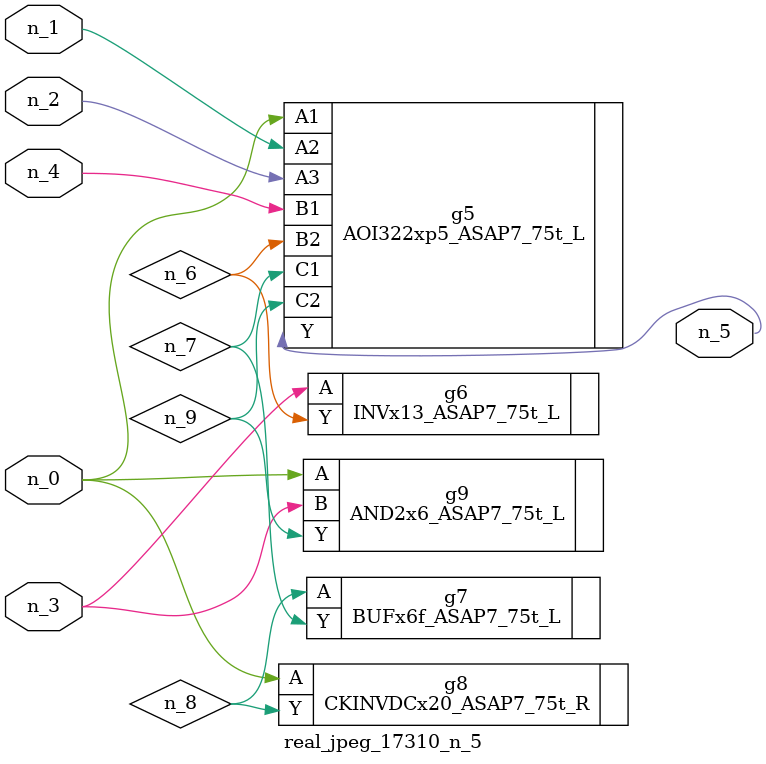
<source format=v>
module real_jpeg_17310_n_5 (n_4, n_0, n_1, n_2, n_3, n_5);

input n_4;
input n_0;
input n_1;
input n_2;
input n_3;

output n_5;

wire n_8;
wire n_6;
wire n_7;
wire n_9;

AOI322xp5_ASAP7_75t_L g5 ( 
.A1(n_0),
.A2(n_1),
.A3(n_2),
.B1(n_4),
.B2(n_6),
.C1(n_7),
.C2(n_9),
.Y(n_5)
);

CKINVDCx20_ASAP7_75t_R g8 ( 
.A(n_0),
.Y(n_8)
);

AND2x6_ASAP7_75t_L g9 ( 
.A(n_0),
.B(n_3),
.Y(n_9)
);

INVx13_ASAP7_75t_L g6 ( 
.A(n_3),
.Y(n_6)
);

BUFx6f_ASAP7_75t_L g7 ( 
.A(n_8),
.Y(n_7)
);


endmodule
</source>
